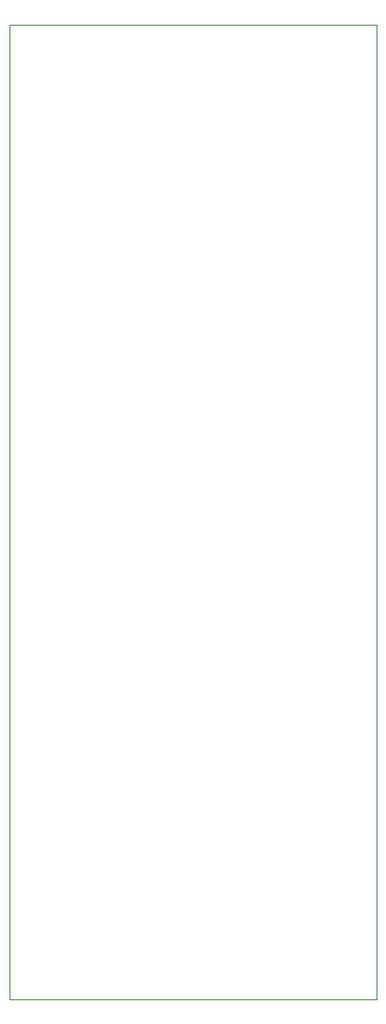
<source format=gbr>
%TF.GenerationSoftware,KiCad,Pcbnew,(5.1.9)-1*%
%TF.CreationDate,2021-06-18T12:26:37+07:00*%
%TF.ProjectId,adau1978,61646175-3139-4373-982e-6b696361645f,rev?*%
%TF.SameCoordinates,Original*%
%TF.FileFunction,Profile,NP*%
%FSLAX46Y46*%
G04 Gerber Fmt 4.6, Leading zero omitted, Abs format (unit mm)*
G04 Created by KiCad (PCBNEW (5.1.9)-1) date 2021-06-18 12:26:37*
%MOMM*%
%LPD*%
G01*
G04 APERTURE LIST*
%TA.AperFunction,Profile*%
%ADD10C,0.050000*%
%TD*%
G04 APERTURE END LIST*
D10*
X44577000Y-44481500D02*
X44577000Y-131381500D01*
X44577000Y-131381500D02*
X77377000Y-131381500D01*
X77377000Y-131381500D02*
X77377000Y-44481500D01*
X77377000Y-44481500D02*
X44577000Y-44481500D01*
M02*

</source>
